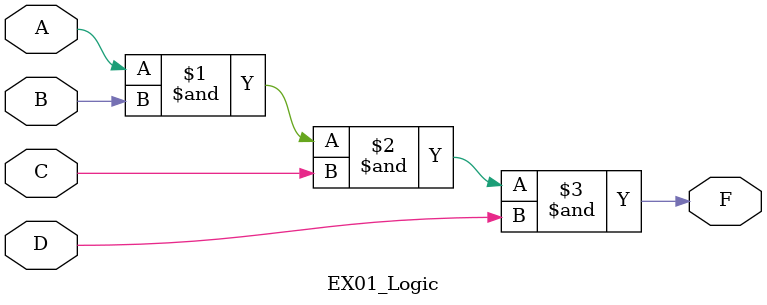
<source format=v>
`timescale 1ns / 1ps


module EX01_Logic (
    input   wire    A,      //输入线A - SW1
    input   wire    B,      //输入线B - SW2
    input   wire    C,      //输入线C - SW3
    input   wire    D,      //输入线D - SW4
    output  wire    F       //输出线F - LD1      
);


assign F = A & B & C & D;
    
endmodule
</source>
